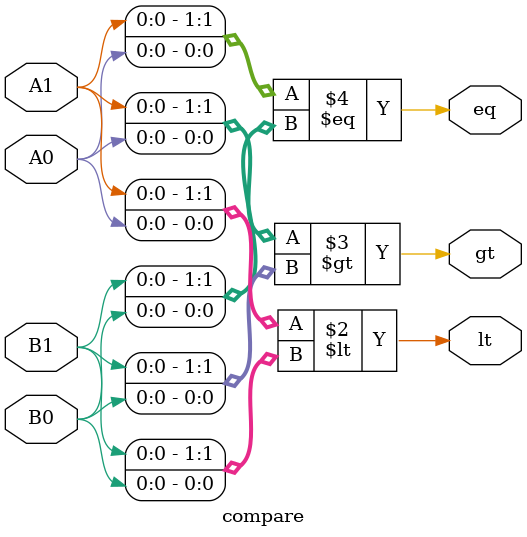
<source format=v>
module compare(A1, A0, B1, B0, lt, gt, eq);
    input A1, A0, B1, B0;
    output reg lt, gt, eq;
    always @(A1, A0 , B1, B0)
        begin
            lt = ({A1,A0}<{B1,B0});
            gt = ({A1,A0}>{B1,B0});
            eq = ({A1,A0}=={B1,B0});
        end
endmodule
</source>
